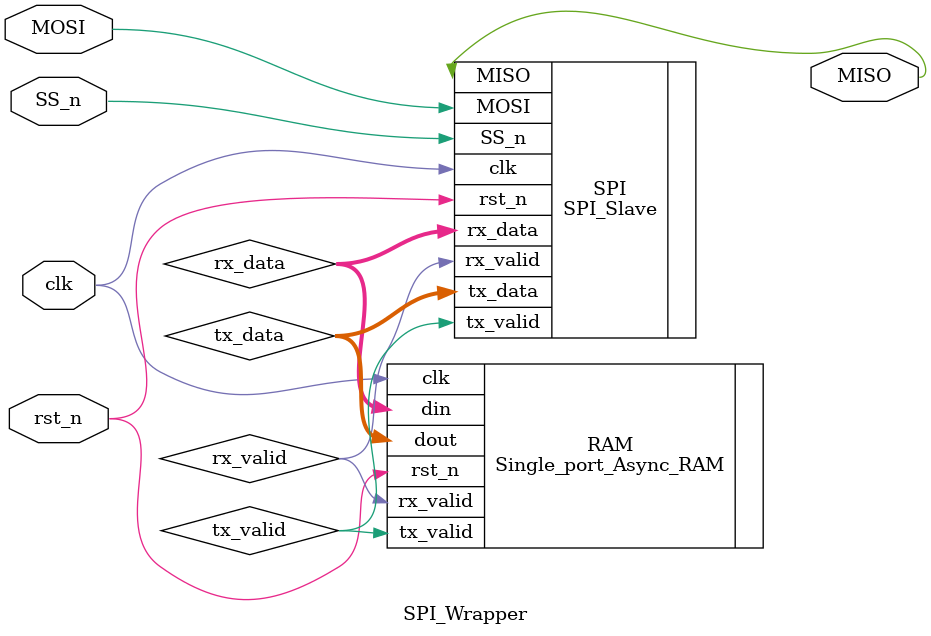
<source format=v>
module SPI_Wrapper (
    input MOSI, SS_n, clk, rst_n,
    output MISO
);

wire [9:0] rx_data;
wire [7:0] tx_data;
wire rx_valid, tx_valid;

Single_port_Async_RAM RAM (
    .din(rx_data), 
    .clk(clk), 
    .rst_n(rst_n), 
    .rx_valid(rx_valid), 
    .tx_valid(tx_valid), 
    .dout(tx_data)
    );

SPI_Slave SPI (
    .MOSI(MOSI), 
    .SS_n(SS_n), 
    .clk(clk), 
    .rst_n(rst_n), 
    .tx_valid(tx_valid), 
    .tx_data(tx_data), 
    .MISO(MISO), 
    .rx_valid(rx_valid), 
    .rx_data(rx_data)
    );

endmodule
</source>
